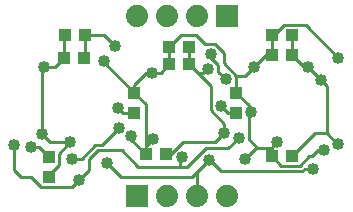
<source format=gbl>
G04 EAGLE Gerber X2 export*
%TF.Part,Single*%
%TF.FileFunction,Other,Bottom Copper*%
%TF.FilePolarity,Positive*%
%TF.GenerationSoftware,Autodesk,EAGLE,8.7.0*%
%TF.CreationDate,2018-03-10T10:11:16Z*%
G75*
%MOMM*%
%FSLAX34Y34*%
%LPD*%
%AMOC8*
5,1,8,0,0,1.08239X$1,22.5*%
G01*
%ADD10R,1.000000X1.100000*%
%ADD11R,1.100000X1.000000*%
%ADD12R,1.879600X1.879600*%
%ADD13C,1.879600*%
%ADD14C,0.254000*%
%ADD15C,1.016000*%


D10*
X39370Y58538D03*
X39370Y41538D03*
D11*
X69460Y142240D03*
X52460Y142240D03*
X245228Y161798D03*
X228228Y161798D03*
D10*
X111506Y95640D03*
X111506Y112640D03*
D11*
X244974Y58928D03*
X227974Y58928D03*
X138294Y60452D03*
X121294Y60452D03*
X244974Y144780D03*
X227974Y144780D03*
D10*
X198120Y95640D03*
X198120Y112640D03*
D11*
X158106Y136652D03*
X141106Y136652D03*
X69714Y161798D03*
X52714Y161798D03*
X158106Y151384D03*
X141106Y151384D03*
D12*
X114300Y25400D03*
D13*
X139700Y25400D03*
X165100Y25400D03*
X190500Y25400D03*
D12*
X190500Y177800D03*
D13*
X165100Y177800D03*
X139700Y177800D03*
X114300Y177800D03*
D14*
X109220Y116840D02*
X111506Y112640D01*
X85598Y136262D02*
X85598Y139700D01*
D15*
X85598Y139700D03*
X109220Y76200D03*
X213360Y134620D03*
X284480Y142240D03*
D14*
X198120Y127000D02*
X198120Y112640D01*
D15*
X127000Y129540D03*
D14*
X121920Y129540D01*
X198120Y112640D02*
X208534Y102226D01*
X208534Y96520D01*
X208534Y73660D01*
X213360Y134620D02*
X223520Y144780D01*
X227974Y144780D01*
X227974Y161544D01*
X228228Y161798D01*
X230058Y161798D01*
X238360Y170100D01*
X256620Y170100D01*
X284480Y142240D01*
X213360Y134620D02*
X205740Y127000D01*
X198120Y127000D01*
D15*
X210232Y96520D03*
D14*
X208534Y96520D01*
D15*
X272246Y63796D03*
D14*
X266858Y63796D01*
X261816Y58754D01*
D15*
X232876Y71162D03*
D14*
X227974Y66260D01*
X227974Y58928D01*
X227974Y66260D02*
X215934Y66260D01*
X208534Y73660D01*
X259970Y58754D02*
X261816Y58754D01*
X259970Y58754D02*
X251842Y50626D01*
X236276Y50626D01*
X227974Y58928D01*
X141106Y151384D02*
X151266Y161544D01*
X163576Y161544D01*
X141106Y151384D02*
X141106Y136652D01*
X133994Y129540D01*
X127000Y129540D01*
X109220Y72526D02*
X121294Y60452D01*
X109220Y72526D02*
X109220Y76200D01*
D15*
X127762Y73406D03*
D14*
X121294Y66938D01*
X121294Y60452D01*
D15*
X205486Y56896D03*
D14*
X214850Y66260D01*
X215934Y66260D01*
X198120Y127000D02*
X187198Y137922D01*
X171450Y153670D02*
X163576Y161544D01*
X171450Y153670D02*
X180256Y153670D01*
X187198Y146728D01*
X187198Y137922D01*
D15*
X57489Y71035D03*
D14*
X47672Y61218D01*
X47672Y51670D01*
X39370Y43368D02*
X39370Y41538D01*
X39370Y43368D02*
X47672Y51670D01*
D15*
X33782Y77724D03*
D14*
X40471Y71035D01*
X57489Y71035D01*
X52460Y161544D02*
X52714Y161798D01*
X52460Y161544D02*
X52460Y142240D01*
X44586Y134366D01*
X35306Y134366D01*
D15*
X35306Y134366D03*
D14*
X33782Y132842D02*
X33782Y77724D01*
X33782Y132842D02*
X35306Y134366D01*
X111506Y112640D02*
X121294Y102852D01*
X121294Y60452D01*
X111506Y112640D02*
X111506Y119126D01*
X121920Y129540D01*
X85598Y138548D02*
X85598Y139700D01*
X85598Y138548D02*
X111506Y112640D01*
D15*
X200152Y74778D03*
D14*
X191414Y66040D01*
X172212Y66040D01*
X156210Y50038D01*
X150622Y50038D01*
X115062Y50038D01*
X101092Y64008D01*
D15*
X152146Y58420D03*
D14*
X150622Y56896D01*
X150622Y50038D01*
X101092Y64008D02*
X80634Y64008D01*
X73500Y56874D01*
X73500Y47582D01*
X33002Y32736D02*
X24590Y41148D01*
X16002Y41148D01*
X65029Y39111D02*
X73500Y47582D01*
X65029Y39111D02*
X58654Y32736D01*
X33002Y32736D01*
X16002Y41148D02*
X10160Y46990D01*
X10160Y68580D01*
D15*
X10160Y68580D03*
X65029Y39111D03*
X88900Y53340D03*
D14*
X165100Y45720D02*
X165100Y25400D01*
D15*
X175260Y55880D03*
D14*
X165100Y45720D01*
X175260Y55880D02*
X175514Y55880D01*
D15*
X262890Y48514D03*
D14*
X262636Y48768D01*
X262890Y48514D02*
X256196Y48514D01*
X253736Y46054D01*
X185340Y46054D01*
X175514Y55880D01*
X165100Y45720D02*
X160528Y41148D01*
X100584Y41148D01*
X88900Y52832D01*
X88900Y53340D01*
D15*
X187960Y78740D03*
X259080Y134620D03*
D14*
X245228Y145034D02*
X245228Y161798D01*
X245228Y145034D02*
X244974Y144780D01*
X255134Y134620D01*
X259080Y134620D01*
X274949Y118751D02*
X274949Y78353D01*
X274949Y118751D02*
X270129Y123571D01*
X259080Y134620D01*
D15*
X270129Y123571D03*
D14*
X274949Y78353D02*
X283707Y69596D01*
X283972Y69596D01*
D15*
X283972Y69596D03*
D14*
X274949Y78353D02*
X264399Y78353D01*
X244974Y58928D01*
X158106Y136652D02*
X158106Y151384D01*
X187960Y78740D02*
X179832Y70612D01*
X142324Y60452D02*
X138294Y60452D01*
X142324Y60452D02*
X152484Y70612D01*
X179832Y70612D01*
X165667Y129091D02*
X158106Y136652D01*
X165667Y129091D02*
X176377Y118381D01*
X176377Y98128D01*
X187960Y86545D02*
X187960Y78740D01*
X187960Y86545D02*
X176377Y98128D01*
X170239Y129091D02*
X165667Y129091D01*
X170239Y129091D02*
X174244Y133096D01*
D15*
X174244Y133096D03*
D14*
X39370Y58538D02*
X30852Y67056D01*
X23876Y67056D01*
D15*
X23876Y67056D03*
D14*
X59182Y56896D02*
X67056Y56896D01*
D15*
X59182Y56896D03*
X98298Y82520D03*
D14*
X84358Y68580D01*
X78740Y68580D01*
X67056Y56896D01*
D15*
X94996Y152400D03*
D14*
X85598Y161798D01*
X69714Y161798D01*
X69714Y142494D01*
X69460Y142240D01*
D15*
X97459Y99999D03*
D14*
X101819Y95640D01*
X111506Y95640D01*
X191262Y95640D02*
X198120Y95640D01*
X191262Y95640D02*
X185302Y101600D01*
X184759Y101600D01*
D15*
X184759Y101600D03*
X189094Y124172D03*
X176784Y145288D03*
D14*
X182626Y130640D02*
X189094Y124172D01*
X182626Y130640D02*
X182626Y136568D01*
X176784Y142410D02*
X176784Y145288D01*
X176784Y142410D02*
X182626Y136568D01*
M02*

</source>
